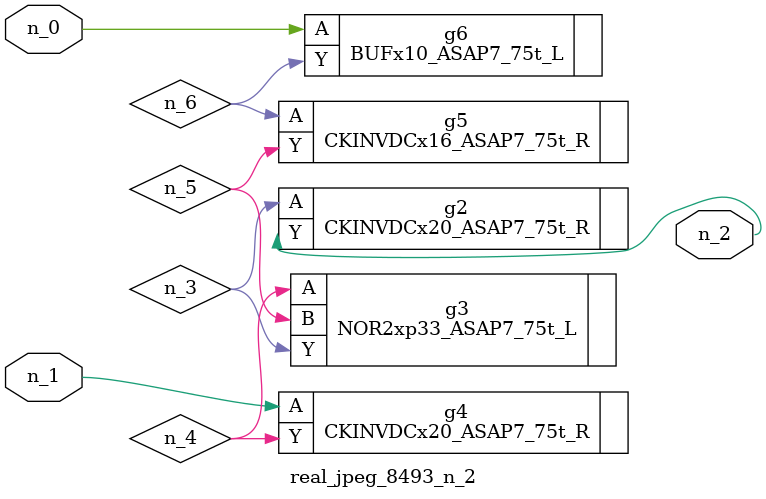
<source format=v>
module real_jpeg_8493_n_2 (n_1, n_0, n_2);

input n_1;
input n_0;

output n_2;

wire n_5;
wire n_4;
wire n_6;
wire n_3;

BUFx10_ASAP7_75t_L g6 ( 
.A(n_0),
.Y(n_6)
);

CKINVDCx20_ASAP7_75t_R g4 ( 
.A(n_1),
.Y(n_4)
);

CKINVDCx20_ASAP7_75t_R g2 ( 
.A(n_3),
.Y(n_2)
);

NOR2xp33_ASAP7_75t_L g3 ( 
.A(n_4),
.B(n_5),
.Y(n_3)
);

CKINVDCx16_ASAP7_75t_R g5 ( 
.A(n_6),
.Y(n_5)
);


endmodule
</source>
